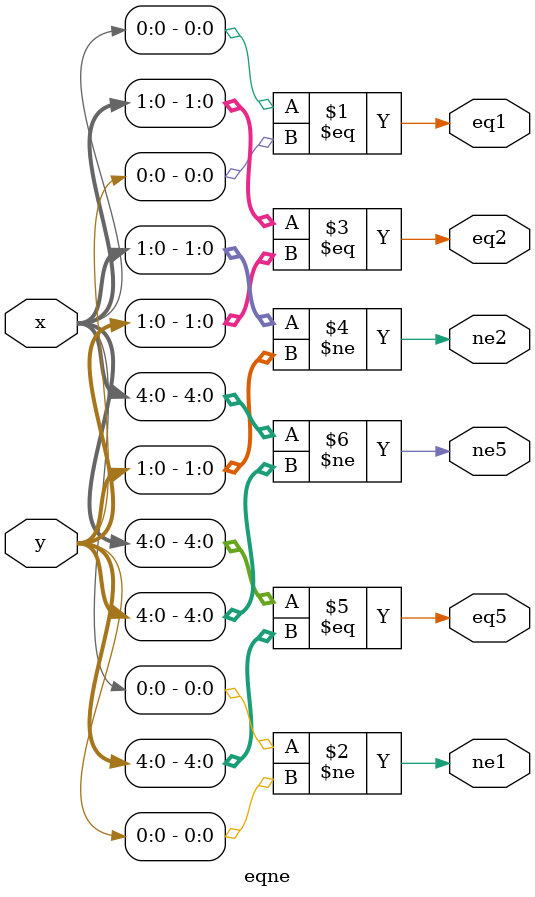
<source format=v>

module eqne(output wire eq1, output wire ne1,
	    output wire eq2, output wire ne2,
	    output wire eq5, output wire ne5,
	    input wire [7:0] x, input wire [7:0] y);

   assign 	  eq1 = x[0] == y[0];
   assign 	  ne1 = x[0] != y[0];
   assign 	  eq2 = x[1:0] == y[1:0];
   assign 	  ne2 = x[1:0] != y[1:0];
   assign 	  eq5 = x[4:0] == y[4:0];
   assign 	  ne5 = x[4:0] != y[4:0];

endmodule // eqne

</source>
